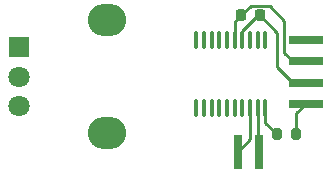
<source format=gbr>
%TF.GenerationSoftware,KiCad,Pcbnew,7.0.10*%
%TF.CreationDate,2024-06-25T16:53:40+01:00*%
%TF.ProjectId,REPLICATE_glue_potentiometer,5245504c-4943-4415-9445-5f676c75655f,rev?*%
%TF.SameCoordinates,Original*%
%TF.FileFunction,Copper,L1,Top*%
%TF.FilePolarity,Positive*%
%FSLAX46Y46*%
G04 Gerber Fmt 4.6, Leading zero omitted, Abs format (unit mm)*
G04 Created by KiCad (PCBNEW 7.0.10) date 2024-06-25 16:53:40*
%MOMM*%
%LPD*%
G01*
G04 APERTURE LIST*
G04 Aperture macros list*
%AMRoundRect*
0 Rectangle with rounded corners*
0 $1 Rounding radius*
0 $2 $3 $4 $5 $6 $7 $8 $9 X,Y pos of 4 corners*
0 Add a 4 corners polygon primitive as box body*
4,1,4,$2,$3,$4,$5,$6,$7,$8,$9,$2,$3,0*
0 Add four circle primitives for the rounded corners*
1,1,$1+$1,$2,$3*
1,1,$1+$1,$4,$5*
1,1,$1+$1,$6,$7*
1,1,$1+$1,$8,$9*
0 Add four rect primitives between the rounded corners*
20,1,$1+$1,$2,$3,$4,$5,0*
20,1,$1+$1,$4,$5,$6,$7,0*
20,1,$1+$1,$6,$7,$8,$9,0*
20,1,$1+$1,$8,$9,$2,$3,0*%
G04 Aperture macros list end*
%TA.AperFunction,SMDPad,CuDef*%
%ADD10R,2.900000X0.800000*%
%TD*%
%TA.AperFunction,SMDPad,CuDef*%
%ADD11RoundRect,0.200000X-0.200000X-0.275000X0.200000X-0.275000X0.200000X0.275000X-0.200000X0.275000X0*%
%TD*%
%TA.AperFunction,SMDPad,CuDef*%
%ADD12R,0.800000X2.900000*%
%TD*%
%TA.AperFunction,SMDPad,CuDef*%
%ADD13RoundRect,0.225000X0.225000X0.250000X-0.225000X0.250000X-0.225000X-0.250000X0.225000X-0.250000X0*%
%TD*%
%TA.AperFunction,SMDPad,CuDef*%
%ADD14RoundRect,0.100000X-0.100000X0.637500X-0.100000X-0.637500X0.100000X-0.637500X0.100000X0.637500X0*%
%TD*%
%TA.AperFunction,ComponentPad*%
%ADD15O,3.240000X2.720000*%
%TD*%
%TA.AperFunction,ComponentPad*%
%ADD16R,1.800000X1.800000*%
%TD*%
%TA.AperFunction,ComponentPad*%
%ADD17C,1.800000*%
%TD*%
%TA.AperFunction,Conductor*%
%ADD18C,0.250000*%
%TD*%
G04 APERTURE END LIST*
D10*
%TO.P,H2,1,1*%
%TO.N,+3V3*%
X44300000Y-35800001D03*
%TD*%
D11*
%TO.P,R1,1*%
%TO.N,JD_DATA_MCU*%
X41875000Y-40150000D03*
%TO.P,R1,2*%
%TO.N,Net-(H1-Pad1)*%
X43525000Y-40150000D03*
%TD*%
D10*
%TO.P,H3,1,1*%
%TO.N,GND*%
X44300000Y-34000000D03*
%TD*%
%TO.P,H4,1,1*%
%TO.N,unconnected-(H4-Pad1)*%
X44300000Y-32200000D03*
%TD*%
D12*
%TO.P,H6,1,1*%
%TO.N,SWDCLK*%
X40350000Y-41650000D03*
%TD*%
D10*
%TO.P,H1,1,1*%
%TO.N,Net-(H1-Pad1)*%
X44300000Y-37600002D03*
%TD*%
D13*
%TO.P,C1,1*%
%TO.N,+3V3*%
X40425000Y-30100000D03*
%TO.P,C1,2*%
%TO.N,GND*%
X38875000Y-30100000D03*
%TD*%
D14*
%TO.P,U1,1,PB7/PB8*%
%TO.N,unconnected-(U1-PB7{slash}PB8-Pad1)*%
X40900000Y-32200000D03*
%TO.P,U1,2,PC14/PB9*%
%TO.N,unconnected-(U1-PC14{slash}PB9-Pad2)*%
X40250000Y-32200000D03*
%TO.P,U1,3,PC15*%
%TO.N,unconnected-(U1-PC15-Pad3)*%
X39600000Y-32200000D03*
%TO.P,U1,4,VDD*%
%TO.N,+3V3*%
X38950000Y-32200000D03*
%TO.P,U1,5,VSS*%
%TO.N,GND*%
X38300000Y-32200000D03*
%TO.P,U1,6,PF2*%
%TO.N,unconnected-(U1-PF2-Pad6)*%
X37650000Y-32200000D03*
%TO.P,U1,7,PA0*%
%TO.N,unconnected-(U1-PA0-Pad7)*%
X37000000Y-32200000D03*
%TO.P,U1,8,PA1*%
%TO.N,unconnected-(U1-PA1-Pad8)*%
X36350000Y-32200000D03*
%TO.P,U1,9,PA2*%
%TO.N,unconnected-(U1-PA2-Pad9)*%
X35700000Y-32200000D03*
%TO.P,U1,10,PA3*%
%TO.N,unconnected-(U1-PA3-Pad10)*%
X35050000Y-32200000D03*
%TO.P,U1,11,PA4*%
%TO.N,unconnected-(U1-PA4-Pad11)*%
X35050000Y-37925000D03*
%TO.P,U1,12,PA5*%
%TO.N,unconnected-(U1-PA5-Pad12)*%
X35700000Y-37925000D03*
%TO.P,U1,13,PA6*%
%TO.N,unconnected-(U1-PA6-Pad13)*%
X36350000Y-37925000D03*
%TO.P,U1,14,PA7*%
%TO.N,unconnected-(U1-PA7-Pad14)*%
X37000000Y-37925000D03*
%TO.P,U1,15,PB0/PB1/PB2/PA8*%
%TO.N,unconnected-(U1-PB0{slash}PB1{slash}PB2{slash}PA8-Pad15)*%
X37650000Y-37925000D03*
%TO.P,U1,16,PA11/PA9*%
%TO.N,unconnected-(U1-PA11{slash}PA9-Pad16)*%
X38300000Y-37925000D03*
%TO.P,U1,17,PA12/PA10*%
%TO.N,unconnected-(U1-PA12{slash}PA10-Pad17)*%
X38950000Y-37925000D03*
%TO.P,U1,18,PA13*%
%TO.N,SWDIO*%
X39600000Y-37925000D03*
%TO.P,U1,19,PA14/PA15*%
%TO.N,SWDCLK*%
X40250000Y-37925000D03*
%TO.P,U1,20,PB3/PB4/PB5/PB6*%
%TO.N,JD_DATA_MCU*%
X40900000Y-37925000D03*
%TD*%
D15*
%TO.P,REF\u002A\u002A,*%
%TO.N,*%
X27500000Y-30500000D03*
X27500000Y-40100000D03*
D16*
%TO.P,REF\u002A\u002A,1*%
%TO.N,N/C*%
X20000000Y-32800000D03*
D17*
%TO.P,REF\u002A\u002A,2*%
X20000000Y-35300000D03*
%TO.P,REF\u002A\u002A,3*%
X20000000Y-37800000D03*
%TD*%
D12*
%TO.P,H5,1,1*%
%TO.N,SWDIO*%
X38550000Y-41649999D03*
%TD*%
D18*
%TO.N,+3V3*%
X41900000Y-34450001D02*
X43250000Y-35800001D01*
X40312501Y-30100000D02*
X40425000Y-30100000D01*
X41900000Y-31575000D02*
X41900000Y-34450001D01*
X40425000Y-30100000D02*
X41900000Y-31575000D01*
X38950000Y-31462501D02*
X40312501Y-30100000D01*
X38950000Y-32200000D02*
X38950000Y-31462501D01*
X43250000Y-35800001D02*
X44300000Y-35800001D01*
%TO.N,GND*%
X42518198Y-33268198D02*
X43250000Y-34000000D01*
X38875000Y-30100000D02*
X39675000Y-29300000D01*
X38300000Y-30675000D02*
X38875000Y-30100000D01*
X39675000Y-29300000D02*
X41275000Y-29300000D01*
X43250000Y-34000000D02*
X44300000Y-34000000D01*
X41275000Y-29300000D02*
X42518198Y-30543198D01*
X42518198Y-30543198D02*
X42518198Y-33268198D01*
X38300000Y-32200000D02*
X38300000Y-30675000D01*
%TO.N,SWDIO*%
X39600000Y-37925000D02*
X39600000Y-40599999D01*
X39600000Y-40599999D02*
X38550000Y-41649999D01*
%TO.N,SWDCLK*%
X40250000Y-41550000D02*
X40350000Y-41650000D01*
X40250000Y-37925000D02*
X40250000Y-41550000D01*
%TO.N,JD_DATA_MCU*%
X40900000Y-39175000D02*
X41875000Y-40150000D01*
X40900000Y-37925000D02*
X40900000Y-39175000D01*
%TO.N,Net-(H1-Pad1)*%
X43525000Y-38375002D02*
X44300000Y-37600002D01*
X43525000Y-40150000D02*
X43525000Y-38375002D01*
%TD*%
M02*

</source>
